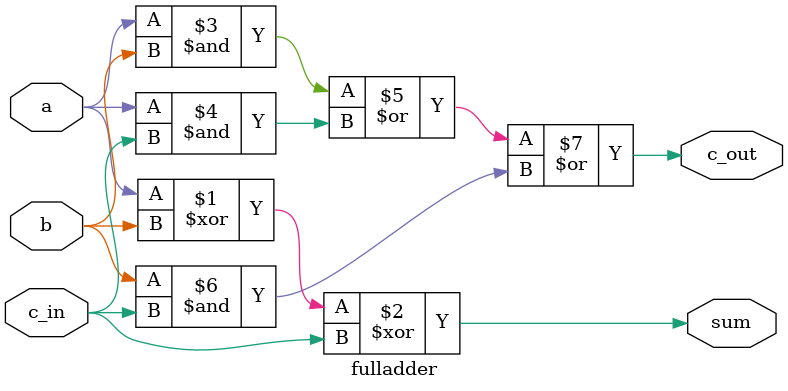
<source format=sv>

module fulladder (a,b,c_in,sum,c_out);

	input a;
	input b;
	input c_in;
	output sum;
	output c_out;
	
	assign sum = a ^ b ^ c_in;
	assign c_out = (a & b) | (a & c_in) | (b & c_in);


endmodule

</source>
